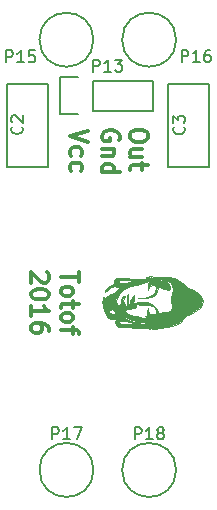
<source format=gbr>
G04 #@! TF.FileFunction,Legend,Top*
%FSLAX46Y46*%
G04 Gerber Fmt 4.6, Leading zero omitted, Abs format (unit mm)*
G04 Created by KiCad (PCBNEW 4.0.4+e1-6308~48~ubuntu16.04.1-stable) date Tue Oct 25 19:36:01 2016*
%MOMM*%
%LPD*%
G01*
G04 APERTURE LIST*
%ADD10C,0.100000*%
%ADD11C,0.300000*%
%ADD12C,0.150000*%
G04 APERTURE END LIST*
D10*
D11*
X136068729Y-52650403D02*
X136068729Y-53507546D01*
X134568729Y-53078975D02*
X136068729Y-53078975D01*
X134568729Y-54221832D02*
X134640157Y-54078974D01*
X134711586Y-54007546D01*
X134854443Y-53936117D01*
X135283014Y-53936117D01*
X135425871Y-54007546D01*
X135497300Y-54078974D01*
X135568729Y-54221832D01*
X135568729Y-54436117D01*
X135497300Y-54578974D01*
X135425871Y-54650403D01*
X135283014Y-54721832D01*
X134854443Y-54721832D01*
X134711586Y-54650403D01*
X134640157Y-54578974D01*
X134568729Y-54436117D01*
X134568729Y-54221832D01*
X135568729Y-55150403D02*
X135568729Y-55721832D01*
X136068729Y-55364689D02*
X134783014Y-55364689D01*
X134640157Y-55436117D01*
X134568729Y-55578975D01*
X134568729Y-55721832D01*
X134568729Y-56436118D02*
X134640157Y-56293260D01*
X134711586Y-56221832D01*
X134854443Y-56150403D01*
X135283014Y-56150403D01*
X135425871Y-56221832D01*
X135497300Y-56293260D01*
X135568729Y-56436118D01*
X135568729Y-56650403D01*
X135497300Y-56793260D01*
X135425871Y-56864689D01*
X135283014Y-56936118D01*
X134854443Y-56936118D01*
X134711586Y-56864689D01*
X134640157Y-56793260D01*
X134568729Y-56650403D01*
X134568729Y-56436118D01*
X135568729Y-57364689D02*
X135568729Y-57936118D01*
X134568729Y-57578975D02*
X135854443Y-57578975D01*
X135997300Y-57650403D01*
X136068729Y-57793261D01*
X136068729Y-57936118D01*
X133375871Y-52721832D02*
X133447300Y-52793261D01*
X133518729Y-52936118D01*
X133518729Y-53293261D01*
X133447300Y-53436118D01*
X133375871Y-53507547D01*
X133233014Y-53578975D01*
X133090157Y-53578975D01*
X132875871Y-53507547D01*
X132018729Y-52650404D01*
X132018729Y-53578975D01*
X133518729Y-54507546D02*
X133518729Y-54650403D01*
X133447300Y-54793260D01*
X133375871Y-54864689D01*
X133233014Y-54936118D01*
X132947300Y-55007546D01*
X132590157Y-55007546D01*
X132304443Y-54936118D01*
X132161586Y-54864689D01*
X132090157Y-54793260D01*
X132018729Y-54650403D01*
X132018729Y-54507546D01*
X132090157Y-54364689D01*
X132161586Y-54293260D01*
X132304443Y-54221832D01*
X132590157Y-54150403D01*
X132947300Y-54150403D01*
X133233014Y-54221832D01*
X133375871Y-54293260D01*
X133447300Y-54364689D01*
X133518729Y-54507546D01*
X132018729Y-56436117D02*
X132018729Y-55578974D01*
X132018729Y-56007546D02*
X133518729Y-56007546D01*
X133304443Y-55864689D01*
X133161586Y-55721831D01*
X133090157Y-55578974D01*
X133518729Y-57721831D02*
X133518729Y-57436117D01*
X133447300Y-57293260D01*
X133375871Y-57221831D01*
X133161586Y-57078974D01*
X132875871Y-57007545D01*
X132304443Y-57007545D01*
X132161586Y-57078974D01*
X132090157Y-57150402D01*
X132018729Y-57293260D01*
X132018729Y-57578974D01*
X132090157Y-57721831D01*
X132161586Y-57793260D01*
X132304443Y-57864688D01*
X132661586Y-57864688D01*
X132804443Y-57793260D01*
X132875871Y-57721831D01*
X132947300Y-57578974D01*
X132947300Y-57293260D01*
X132875871Y-57150402D01*
X132804443Y-57078974D01*
X132661586Y-57007545D01*
X139434000Y-41542614D02*
X139505429Y-41399757D01*
X139505429Y-41185471D01*
X139434000Y-40971186D01*
X139291143Y-40828328D01*
X139148286Y-40756900D01*
X138862571Y-40685471D01*
X138648286Y-40685471D01*
X138362571Y-40756900D01*
X138219714Y-40828328D01*
X138076857Y-40971186D01*
X138005429Y-41185471D01*
X138005429Y-41328328D01*
X138076857Y-41542614D01*
X138148286Y-41614043D01*
X138648286Y-41614043D01*
X138648286Y-41328328D01*
X139005429Y-42256900D02*
X138005429Y-42256900D01*
X138862571Y-42256900D02*
X138934000Y-42328328D01*
X139005429Y-42471186D01*
X139005429Y-42685471D01*
X138934000Y-42828328D01*
X138791143Y-42899757D01*
X138005429Y-42899757D01*
X138005429Y-44256900D02*
X139505429Y-44256900D01*
X138076857Y-44256900D02*
X138005429Y-44114043D01*
X138005429Y-43828329D01*
X138076857Y-43685471D01*
X138148286Y-43614043D01*
X138291143Y-43542614D01*
X138719714Y-43542614D01*
X138862571Y-43614043D01*
X138934000Y-43685471D01*
X139005429Y-43828329D01*
X139005429Y-44114043D01*
X138934000Y-44256900D01*
X141905729Y-41015600D02*
X141905729Y-41301314D01*
X141834300Y-41444172D01*
X141691443Y-41587029D01*
X141405729Y-41658457D01*
X140905729Y-41658457D01*
X140620014Y-41587029D01*
X140477157Y-41444172D01*
X140405729Y-41301314D01*
X140405729Y-41015600D01*
X140477157Y-40872743D01*
X140620014Y-40729886D01*
X140905729Y-40658457D01*
X141405729Y-40658457D01*
X141691443Y-40729886D01*
X141834300Y-40872743D01*
X141905729Y-41015600D01*
X141405729Y-42944172D02*
X140405729Y-42944172D01*
X141405729Y-42301315D02*
X140620014Y-42301315D01*
X140477157Y-42372743D01*
X140405729Y-42515601D01*
X140405729Y-42729886D01*
X140477157Y-42872743D01*
X140548586Y-42944172D01*
X141405729Y-43444172D02*
X141405729Y-44015601D01*
X141905729Y-43658458D02*
X140620014Y-43658458D01*
X140477157Y-43729886D01*
X140405729Y-43872744D01*
X140405729Y-44015601D01*
X136825729Y-40708486D02*
X135325729Y-41208486D01*
X136825729Y-41708486D01*
X135397157Y-42851343D02*
X135325729Y-42708486D01*
X135325729Y-42422772D01*
X135397157Y-42279914D01*
X135468586Y-42208486D01*
X135611443Y-42137057D01*
X136040014Y-42137057D01*
X136182871Y-42208486D01*
X136254300Y-42279914D01*
X136325729Y-42422772D01*
X136325729Y-42708486D01*
X136254300Y-42851343D01*
X135397157Y-44137057D02*
X135325729Y-43994200D01*
X135325729Y-43708486D01*
X135397157Y-43565628D01*
X135468586Y-43494200D01*
X135611443Y-43422771D01*
X136040014Y-43422771D01*
X136182871Y-43494200D01*
X136254300Y-43565628D01*
X136325729Y-43708486D01*
X136325729Y-43994200D01*
X136254300Y-44137057D01*
D10*
G36*
X142354643Y-57532988D02*
X142249858Y-57485375D01*
X142119484Y-57448229D01*
X141838352Y-57418698D01*
X141763150Y-57414940D01*
X142507998Y-57414940D01*
X142523500Y-57409735D01*
X142507119Y-57334969D01*
X142386471Y-57240973D01*
X142218005Y-57161844D01*
X142062951Y-57131535D01*
X141982330Y-57149961D01*
X142038119Y-57208928D01*
X142184967Y-57293206D01*
X142381669Y-57383667D01*
X142507998Y-57414940D01*
X141763150Y-57414940D01*
X141424918Y-57398038D01*
X140897636Y-57387503D01*
X140799968Y-57386820D01*
X140329542Y-57379085D01*
X139910047Y-57362392D01*
X139574743Y-57338814D01*
X139356894Y-57310425D01*
X139298630Y-57293215D01*
X139286879Y-57279231D01*
X141805669Y-57279231D01*
X141818078Y-57269098D01*
X141806456Y-57218763D01*
X141761633Y-57212653D01*
X141691943Y-57243631D01*
X141705189Y-57269098D01*
X141805669Y-57279231D01*
X139286879Y-57279231D01*
X139172596Y-57143242D01*
X139169411Y-57122750D01*
X139784381Y-57122750D01*
X139877800Y-57122036D01*
X140030810Y-57112775D01*
X141377246Y-57112775D01*
X141621015Y-57063529D01*
X141676967Y-57047412D01*
X141804441Y-57003301D01*
X141794453Y-56973844D01*
X141633153Y-56940392D01*
X141592300Y-56933410D01*
X141317065Y-56891800D01*
X140990485Y-56849135D01*
X140893529Y-56837794D01*
X140632043Y-56771231D01*
X141975002Y-56771231D01*
X141987411Y-56761098D01*
X141975789Y-56710763D01*
X141930967Y-56704653D01*
X141861277Y-56735631D01*
X141874522Y-56761098D01*
X141975002Y-56771231D01*
X140632043Y-56771231D01*
X140326561Y-56693469D01*
X140178999Y-56605193D01*
X141707741Y-56605193D01*
X141722322Y-56536341D01*
X141706170Y-56489301D01*
X141688966Y-56385611D01*
X141747245Y-56399427D01*
X141812494Y-56381740D01*
X141848367Y-56218544D01*
X141857446Y-56053483D01*
X141865688Y-55822524D01*
X141877472Y-55749782D01*
X141899154Y-55824167D01*
X141920946Y-55942653D01*
X141972874Y-56141803D01*
X142071746Y-56223472D01*
X142269633Y-56238987D01*
X142467274Y-56226208D01*
X142544077Y-56158554D01*
X142544878Y-56126110D01*
X142819967Y-56126110D01*
X143270314Y-56082229D01*
X143548937Y-56039126D01*
X143767695Y-55977014D01*
X143841814Y-55937800D01*
X143942324Y-55757110D01*
X143952295Y-55502858D01*
X143875549Y-55260179D01*
X143835945Y-55084924D01*
X143867292Y-54812912D01*
X143913373Y-54617234D01*
X143981736Y-54171156D01*
X143921759Y-53828133D01*
X143728923Y-53575713D01*
X143483964Y-53433958D01*
X143213147Y-53336614D01*
X142959554Y-53271419D01*
X142760028Y-53243763D01*
X142651409Y-53259036D01*
X142661548Y-53313641D01*
X142800426Y-53387033D01*
X143033956Y-53448272D01*
X143127215Y-53462801D01*
X143495079Y-53556507D01*
X143715518Y-53728179D01*
X143793389Y-53981728D01*
X143793633Y-53999526D01*
X143782012Y-54148953D01*
X143714602Y-54198700D01*
X143542581Y-54174681D01*
X143486948Y-54162318D01*
X143259084Y-54092814D01*
X143101564Y-54012872D01*
X143089015Y-54001901D01*
X142938855Y-53915513D01*
X142814493Y-53989696D01*
X142709202Y-54228568D01*
X142707100Y-54235536D01*
X142584126Y-54539706D01*
X142410852Y-54735411D01*
X142152065Y-54844499D01*
X141772548Y-54888818D01*
X141648311Y-54892454D01*
X141041967Y-54903122D01*
X141549967Y-54851388D01*
X141937138Y-54782722D01*
X142207023Y-54659857D01*
X142283961Y-54599831D01*
X142481490Y-54368182D01*
X142573698Y-54139890D01*
X142564051Y-53948227D01*
X142456016Y-53826465D01*
X142253059Y-53807876D01*
X142202623Y-53819133D01*
X142000215Y-53940333D01*
X141915143Y-54128372D01*
X141881832Y-54246251D01*
X141868322Y-54216037D01*
X141871498Y-54027939D01*
X141872810Y-53995320D01*
X141911313Y-53725355D01*
X141989651Y-53538971D01*
X142015633Y-53511179D01*
X142087955Y-53425210D01*
X142043672Y-53397458D01*
X141923000Y-53422254D01*
X141766152Y-53493925D01*
X141667218Y-53560317D01*
X141465349Y-53660281D01*
X141166235Y-53743615D01*
X140957300Y-53777993D01*
X140366756Y-53901130D01*
X139905701Y-54120019D01*
X139558629Y-54442939D01*
X139466031Y-54574431D01*
X139303764Y-54889682D01*
X139229794Y-55166792D01*
X139249062Y-55371454D01*
X139338316Y-55461312D01*
X139496758Y-55449256D01*
X139607855Y-55302597D01*
X139644967Y-55082032D01*
X139709245Y-54852781D01*
X139813091Y-54757967D01*
X139926982Y-54709134D01*
X139940227Y-54764866D01*
X139897758Y-54887500D01*
X139824004Y-55147392D01*
X139850484Y-55340545D01*
X139968245Y-55521341D01*
X140049890Y-55615174D01*
X140094449Y-55625090D01*
X140111039Y-55526158D01*
X140108775Y-55293447D01*
X140104372Y-55149077D01*
X140107070Y-54855749D01*
X140131435Y-54634224D01*
X140170586Y-54534764D01*
X140221083Y-54573713D01*
X140237805Y-54757088D01*
X140234756Y-54852908D01*
X140223014Y-55170684D01*
X140233235Y-55346964D01*
X140269581Y-55408650D01*
X140318602Y-55394605D01*
X140371168Y-55282400D01*
X140363694Y-55241442D01*
X140391166Y-55116405D01*
X140504080Y-54934333D01*
X140544498Y-54884320D01*
X140761179Y-54630320D01*
X140704835Y-54960623D01*
X140648490Y-55290925D01*
X141259480Y-55239702D01*
X141741031Y-55226722D01*
X142098743Y-55289509D01*
X142366088Y-55441164D01*
X142576536Y-55694788D01*
X142622865Y-55773303D01*
X142819967Y-56126110D01*
X142544878Y-56126110D01*
X142548187Y-55992042D01*
X142547686Y-55984987D01*
X142473474Y-55709841D01*
X142289195Y-55536301D01*
X141981482Y-55457112D01*
X141582212Y-55460990D01*
X141190364Y-55474237D01*
X140959415Y-55435421D01*
X140914527Y-55407632D01*
X140840933Y-55362478D01*
X140843051Y-55454797D01*
X140851210Y-55490589D01*
X140854373Y-55618425D01*
X140758103Y-55694102D01*
X140587562Y-55740969D01*
X140341706Y-55782027D01*
X140147682Y-55793157D01*
X140131800Y-55791865D01*
X140010139Y-55830860D01*
X139986460Y-55953637D01*
X140053984Y-56110942D01*
X140194354Y-56246152D01*
X140396581Y-56335119D01*
X140689282Y-56415128D01*
X140892854Y-56451682D01*
X141197143Y-56499580D01*
X141458272Y-56550642D01*
X141572392Y-56579768D01*
X141707741Y-56605193D01*
X140178999Y-56605193D01*
X139827110Y-56394684D01*
X139516692Y-56093740D01*
X139367157Y-55933382D01*
X139290422Y-55874984D01*
X139299087Y-55921824D01*
X139418512Y-56097297D01*
X139604713Y-56316433D01*
X139689808Y-56405183D01*
X140001014Y-56634021D01*
X140405318Y-56821409D01*
X140826833Y-56936748D01*
X141062331Y-56958653D01*
X141196675Y-56987363D01*
X141211300Y-57043320D01*
X141230119Y-57105946D01*
X141377246Y-57112775D01*
X140030810Y-57112775D01*
X140155517Y-57105227D01*
X140383159Y-57069869D01*
X140443110Y-57052174D01*
X140552717Y-56996379D01*
X140507777Y-56951374D01*
X140465308Y-56934178D01*
X140301061Y-56891604D01*
X140043501Y-56844711D01*
X139899998Y-56823798D01*
X139649436Y-56796507D01*
X139523523Y-56809633D01*
X139479912Y-56875547D01*
X139475633Y-56947746D01*
X139495522Y-57057100D01*
X139584021Y-57109187D01*
X139784381Y-57122750D01*
X139169411Y-57122750D01*
X139139778Y-56932142D01*
X139212759Y-56747691D01*
X139219427Y-56740726D01*
X139210035Y-56690519D01*
X139043430Y-56683847D01*
X138979321Y-56689027D01*
X138743099Y-56687919D01*
X138574650Y-56603431D01*
X138438740Y-56460693D01*
X138328377Y-56280080D01*
X138944135Y-56280080D01*
X139088113Y-56246488D01*
X139122440Y-56097228D01*
X139121689Y-56091685D01*
X139025821Y-55922732D01*
X138833396Y-55859242D01*
X138666355Y-55890502D01*
X138553556Y-55987742D01*
X138595628Y-56111546D01*
X138708067Y-56193674D01*
X138944135Y-56280080D01*
X138328377Y-56280080D01*
X138273134Y-56189673D01*
X138146047Y-55843123D01*
X138113334Y-55688653D01*
X140279967Y-55688653D01*
X140322300Y-55646320D01*
X140279967Y-55603987D01*
X140237633Y-55646320D01*
X140279967Y-55688653D01*
X138113334Y-55688653D01*
X138067891Y-55474074D01*
X138049077Y-55135555D01*
X138070613Y-55027761D01*
X139041409Y-55027761D01*
X139083165Y-55004264D01*
X139138719Y-54909369D01*
X139214836Y-54757320D01*
X139278567Y-54616743D01*
X139260496Y-54617267D01*
X139183971Y-54710002D01*
X139107313Y-54831187D01*
X139053828Y-54954519D01*
X139041409Y-55027761D01*
X138070613Y-55027761D01*
X138100014Y-54880599D01*
X138120967Y-54841987D01*
X138187117Y-54762943D01*
X138204321Y-54832543D01*
X138204337Y-54833942D01*
X138226299Y-54906218D01*
X138315369Y-54857987D01*
X138353800Y-54825914D01*
X138504118Y-54718567D01*
X138746904Y-54566391D01*
X138988800Y-54425578D01*
X139298189Y-54229079D01*
X139451011Y-54076753D01*
X139447358Y-53995320D01*
X139766970Y-53995320D01*
X139838583Y-53935183D01*
X139864718Y-53897571D01*
X139874698Y-53839634D01*
X139827382Y-53860235D01*
X139736488Y-53945485D01*
X139755134Y-53994496D01*
X139766970Y-53995320D01*
X139447358Y-53995320D01*
X139446306Y-53971870D01*
X139283114Y-53917700D01*
X139139913Y-53910653D01*
X138867192Y-53947284D01*
X138621506Y-54079266D01*
X138490674Y-54185820D01*
X138314646Y-54332199D01*
X138245268Y-54364719D01*
X138269222Y-54289027D01*
X138275526Y-54277053D01*
X138425707Y-54078160D01*
X138633821Y-53892649D01*
X138840833Y-53767706D01*
X138945777Y-53741320D01*
X139031341Y-53685659D01*
X139024809Y-53639621D01*
X139740960Y-53639621D01*
X140026402Y-53627327D01*
X140284748Y-53564240D01*
X140511036Y-53472822D01*
X140706087Y-53472822D01*
X140913604Y-53457589D01*
X141038118Y-53441138D01*
X141259379Y-53399638D01*
X141382551Y-53359991D01*
X141392304Y-53343769D01*
X141293180Y-53332484D01*
X141085663Y-53347718D01*
X140961149Y-53364168D01*
X140739888Y-53405669D01*
X140616716Y-53445316D01*
X140606963Y-53461538D01*
X140706087Y-53472822D01*
X140511036Y-53472822D01*
X140533967Y-53463558D01*
X140322300Y-53399212D01*
X140082491Y-53350226D01*
X139814190Y-53328559D01*
X139581397Y-53335891D01*
X139448114Y-53373903D01*
X139445647Y-53376195D01*
X139405356Y-53492997D01*
X139511722Y-53587577D01*
X139740960Y-53639621D01*
X139024809Y-53639621D01*
X139020946Y-53612399D01*
X139039918Y-53463385D01*
X139148712Y-53306242D01*
X139266660Y-53209272D01*
X139402884Y-53166245D01*
X139611474Y-53168468D01*
X139845291Y-53194265D01*
X140158861Y-53225601D01*
X140515098Y-53248720D01*
X140879983Y-53263181D01*
X141219494Y-53268546D01*
X141499612Y-53264372D01*
X141686316Y-53250220D01*
X141745585Y-53225650D01*
X141738084Y-53218765D01*
X141728318Y-53151074D01*
X141873432Y-53069769D01*
X141875847Y-53068848D01*
X142097264Y-53001173D01*
X142242841Y-52985159D01*
X142285346Y-53015878D01*
X142197548Y-53088401D01*
X142142633Y-53117132D01*
X141888633Y-53241190D01*
X142184967Y-53179851D01*
X142410472Y-53150928D01*
X142741907Y-53129387D01*
X143115907Y-53119046D01*
X143200967Y-53118654D01*
X143704106Y-53141153D01*
X144100559Y-53222487D01*
X144448714Y-53383746D01*
X144806958Y-53646023D01*
X144913383Y-53737240D01*
X145182859Y-53940240D01*
X145467923Y-54105400D01*
X145602906Y-54161816D01*
X145860226Y-54287148D01*
X146139759Y-54482810D01*
X146259072Y-54587980D01*
X146503891Y-54884748D01*
X146587411Y-55159670D01*
X146510856Y-55438432D01*
X146312467Y-55706855D01*
X146095572Y-55901441D01*
X145815780Y-56095234D01*
X145527169Y-56256283D01*
X145283821Y-56352635D01*
X145195897Y-56366565D01*
X145095886Y-56431118D01*
X144955361Y-56591685D01*
X144908792Y-56656712D01*
X144596177Y-56970728D01*
X144154526Y-57199628D01*
X143606633Y-57333275D01*
X143327967Y-57359828D01*
X142999968Y-57388924D01*
X142717698Y-57434319D01*
X142547686Y-57484150D01*
X142354643Y-57532988D01*
X142354643Y-57532988D01*
X142354643Y-57532988D01*
G37*
X142354643Y-57532988D02*
X142249858Y-57485375D01*
X142119484Y-57448229D01*
X141838352Y-57418698D01*
X141763150Y-57414940D01*
X142507998Y-57414940D01*
X142523500Y-57409735D01*
X142507119Y-57334969D01*
X142386471Y-57240973D01*
X142218005Y-57161844D01*
X142062951Y-57131535D01*
X141982330Y-57149961D01*
X142038119Y-57208928D01*
X142184967Y-57293206D01*
X142381669Y-57383667D01*
X142507998Y-57414940D01*
X141763150Y-57414940D01*
X141424918Y-57398038D01*
X140897636Y-57387503D01*
X140799968Y-57386820D01*
X140329542Y-57379085D01*
X139910047Y-57362392D01*
X139574743Y-57338814D01*
X139356894Y-57310425D01*
X139298630Y-57293215D01*
X139286879Y-57279231D01*
X141805669Y-57279231D01*
X141818078Y-57269098D01*
X141806456Y-57218763D01*
X141761633Y-57212653D01*
X141691943Y-57243631D01*
X141705189Y-57269098D01*
X141805669Y-57279231D01*
X139286879Y-57279231D01*
X139172596Y-57143242D01*
X139169411Y-57122750D01*
X139784381Y-57122750D01*
X139877800Y-57122036D01*
X140030810Y-57112775D01*
X141377246Y-57112775D01*
X141621015Y-57063529D01*
X141676967Y-57047412D01*
X141804441Y-57003301D01*
X141794453Y-56973844D01*
X141633153Y-56940392D01*
X141592300Y-56933410D01*
X141317065Y-56891800D01*
X140990485Y-56849135D01*
X140893529Y-56837794D01*
X140632043Y-56771231D01*
X141975002Y-56771231D01*
X141987411Y-56761098D01*
X141975789Y-56710763D01*
X141930967Y-56704653D01*
X141861277Y-56735631D01*
X141874522Y-56761098D01*
X141975002Y-56771231D01*
X140632043Y-56771231D01*
X140326561Y-56693469D01*
X140178999Y-56605193D01*
X141707741Y-56605193D01*
X141722322Y-56536341D01*
X141706170Y-56489301D01*
X141688966Y-56385611D01*
X141747245Y-56399427D01*
X141812494Y-56381740D01*
X141848367Y-56218544D01*
X141857446Y-56053483D01*
X141865688Y-55822524D01*
X141877472Y-55749782D01*
X141899154Y-55824167D01*
X141920946Y-55942653D01*
X141972874Y-56141803D01*
X142071746Y-56223472D01*
X142269633Y-56238987D01*
X142467274Y-56226208D01*
X142544077Y-56158554D01*
X142544878Y-56126110D01*
X142819967Y-56126110D01*
X143270314Y-56082229D01*
X143548937Y-56039126D01*
X143767695Y-55977014D01*
X143841814Y-55937800D01*
X143942324Y-55757110D01*
X143952295Y-55502858D01*
X143875549Y-55260179D01*
X143835945Y-55084924D01*
X143867292Y-54812912D01*
X143913373Y-54617234D01*
X143981736Y-54171156D01*
X143921759Y-53828133D01*
X143728923Y-53575713D01*
X143483964Y-53433958D01*
X143213147Y-53336614D01*
X142959554Y-53271419D01*
X142760028Y-53243763D01*
X142651409Y-53259036D01*
X142661548Y-53313641D01*
X142800426Y-53387033D01*
X143033956Y-53448272D01*
X143127215Y-53462801D01*
X143495079Y-53556507D01*
X143715518Y-53728179D01*
X143793389Y-53981728D01*
X143793633Y-53999526D01*
X143782012Y-54148953D01*
X143714602Y-54198700D01*
X143542581Y-54174681D01*
X143486948Y-54162318D01*
X143259084Y-54092814D01*
X143101564Y-54012872D01*
X143089015Y-54001901D01*
X142938855Y-53915513D01*
X142814493Y-53989696D01*
X142709202Y-54228568D01*
X142707100Y-54235536D01*
X142584126Y-54539706D01*
X142410852Y-54735411D01*
X142152065Y-54844499D01*
X141772548Y-54888818D01*
X141648311Y-54892454D01*
X141041967Y-54903122D01*
X141549967Y-54851388D01*
X141937138Y-54782722D01*
X142207023Y-54659857D01*
X142283961Y-54599831D01*
X142481490Y-54368182D01*
X142573698Y-54139890D01*
X142564051Y-53948227D01*
X142456016Y-53826465D01*
X142253059Y-53807876D01*
X142202623Y-53819133D01*
X142000215Y-53940333D01*
X141915143Y-54128372D01*
X141881832Y-54246251D01*
X141868322Y-54216037D01*
X141871498Y-54027939D01*
X141872810Y-53995320D01*
X141911313Y-53725355D01*
X141989651Y-53538971D01*
X142015633Y-53511179D01*
X142087955Y-53425210D01*
X142043672Y-53397458D01*
X141923000Y-53422254D01*
X141766152Y-53493925D01*
X141667218Y-53560317D01*
X141465349Y-53660281D01*
X141166235Y-53743615D01*
X140957300Y-53777993D01*
X140366756Y-53901130D01*
X139905701Y-54120019D01*
X139558629Y-54442939D01*
X139466031Y-54574431D01*
X139303764Y-54889682D01*
X139229794Y-55166792D01*
X139249062Y-55371454D01*
X139338316Y-55461312D01*
X139496758Y-55449256D01*
X139607855Y-55302597D01*
X139644967Y-55082032D01*
X139709245Y-54852781D01*
X139813091Y-54757967D01*
X139926982Y-54709134D01*
X139940227Y-54764866D01*
X139897758Y-54887500D01*
X139824004Y-55147392D01*
X139850484Y-55340545D01*
X139968245Y-55521341D01*
X140049890Y-55615174D01*
X140094449Y-55625090D01*
X140111039Y-55526158D01*
X140108775Y-55293447D01*
X140104372Y-55149077D01*
X140107070Y-54855749D01*
X140131435Y-54634224D01*
X140170586Y-54534764D01*
X140221083Y-54573713D01*
X140237805Y-54757088D01*
X140234756Y-54852908D01*
X140223014Y-55170684D01*
X140233235Y-55346964D01*
X140269581Y-55408650D01*
X140318602Y-55394605D01*
X140371168Y-55282400D01*
X140363694Y-55241442D01*
X140391166Y-55116405D01*
X140504080Y-54934333D01*
X140544498Y-54884320D01*
X140761179Y-54630320D01*
X140704835Y-54960623D01*
X140648490Y-55290925D01*
X141259480Y-55239702D01*
X141741031Y-55226722D01*
X142098743Y-55289509D01*
X142366088Y-55441164D01*
X142576536Y-55694788D01*
X142622865Y-55773303D01*
X142819967Y-56126110D01*
X142544878Y-56126110D01*
X142548187Y-55992042D01*
X142547686Y-55984987D01*
X142473474Y-55709841D01*
X142289195Y-55536301D01*
X141981482Y-55457112D01*
X141582212Y-55460990D01*
X141190364Y-55474237D01*
X140959415Y-55435421D01*
X140914527Y-55407632D01*
X140840933Y-55362478D01*
X140843051Y-55454797D01*
X140851210Y-55490589D01*
X140854373Y-55618425D01*
X140758103Y-55694102D01*
X140587562Y-55740969D01*
X140341706Y-55782027D01*
X140147682Y-55793157D01*
X140131800Y-55791865D01*
X140010139Y-55830860D01*
X139986460Y-55953637D01*
X140053984Y-56110942D01*
X140194354Y-56246152D01*
X140396581Y-56335119D01*
X140689282Y-56415128D01*
X140892854Y-56451682D01*
X141197143Y-56499580D01*
X141458272Y-56550642D01*
X141572392Y-56579768D01*
X141707741Y-56605193D01*
X140178999Y-56605193D01*
X139827110Y-56394684D01*
X139516692Y-56093740D01*
X139367157Y-55933382D01*
X139290422Y-55874984D01*
X139299087Y-55921824D01*
X139418512Y-56097297D01*
X139604713Y-56316433D01*
X139689808Y-56405183D01*
X140001014Y-56634021D01*
X140405318Y-56821409D01*
X140826833Y-56936748D01*
X141062331Y-56958653D01*
X141196675Y-56987363D01*
X141211300Y-57043320D01*
X141230119Y-57105946D01*
X141377246Y-57112775D01*
X140030810Y-57112775D01*
X140155517Y-57105227D01*
X140383159Y-57069869D01*
X140443110Y-57052174D01*
X140552717Y-56996379D01*
X140507777Y-56951374D01*
X140465308Y-56934178D01*
X140301061Y-56891604D01*
X140043501Y-56844711D01*
X139899998Y-56823798D01*
X139649436Y-56796507D01*
X139523523Y-56809633D01*
X139479912Y-56875547D01*
X139475633Y-56947746D01*
X139495522Y-57057100D01*
X139584021Y-57109187D01*
X139784381Y-57122750D01*
X139169411Y-57122750D01*
X139139778Y-56932142D01*
X139212759Y-56747691D01*
X139219427Y-56740726D01*
X139210035Y-56690519D01*
X139043430Y-56683847D01*
X138979321Y-56689027D01*
X138743099Y-56687919D01*
X138574650Y-56603431D01*
X138438740Y-56460693D01*
X138328377Y-56280080D01*
X138944135Y-56280080D01*
X139088113Y-56246488D01*
X139122440Y-56097228D01*
X139121689Y-56091685D01*
X139025821Y-55922732D01*
X138833396Y-55859242D01*
X138666355Y-55890502D01*
X138553556Y-55987742D01*
X138595628Y-56111546D01*
X138708067Y-56193674D01*
X138944135Y-56280080D01*
X138328377Y-56280080D01*
X138273134Y-56189673D01*
X138146047Y-55843123D01*
X138113334Y-55688653D01*
X140279967Y-55688653D01*
X140322300Y-55646320D01*
X140279967Y-55603987D01*
X140237633Y-55646320D01*
X140279967Y-55688653D01*
X138113334Y-55688653D01*
X138067891Y-55474074D01*
X138049077Y-55135555D01*
X138070613Y-55027761D01*
X139041409Y-55027761D01*
X139083165Y-55004264D01*
X139138719Y-54909369D01*
X139214836Y-54757320D01*
X139278567Y-54616743D01*
X139260496Y-54617267D01*
X139183971Y-54710002D01*
X139107313Y-54831187D01*
X139053828Y-54954519D01*
X139041409Y-55027761D01*
X138070613Y-55027761D01*
X138100014Y-54880599D01*
X138120967Y-54841987D01*
X138187117Y-54762943D01*
X138204321Y-54832543D01*
X138204337Y-54833942D01*
X138226299Y-54906218D01*
X138315369Y-54857987D01*
X138353800Y-54825914D01*
X138504118Y-54718567D01*
X138746904Y-54566391D01*
X138988800Y-54425578D01*
X139298189Y-54229079D01*
X139451011Y-54076753D01*
X139447358Y-53995320D01*
X139766970Y-53995320D01*
X139838583Y-53935183D01*
X139864718Y-53897571D01*
X139874698Y-53839634D01*
X139827382Y-53860235D01*
X139736488Y-53945485D01*
X139755134Y-53994496D01*
X139766970Y-53995320D01*
X139447358Y-53995320D01*
X139446306Y-53971870D01*
X139283114Y-53917700D01*
X139139913Y-53910653D01*
X138867192Y-53947284D01*
X138621506Y-54079266D01*
X138490674Y-54185820D01*
X138314646Y-54332199D01*
X138245268Y-54364719D01*
X138269222Y-54289027D01*
X138275526Y-54277053D01*
X138425707Y-54078160D01*
X138633821Y-53892649D01*
X138840833Y-53767706D01*
X138945777Y-53741320D01*
X139031341Y-53685659D01*
X139024809Y-53639621D01*
X139740960Y-53639621D01*
X140026402Y-53627327D01*
X140284748Y-53564240D01*
X140511036Y-53472822D01*
X140706087Y-53472822D01*
X140913604Y-53457589D01*
X141038118Y-53441138D01*
X141259379Y-53399638D01*
X141382551Y-53359991D01*
X141392304Y-53343769D01*
X141293180Y-53332484D01*
X141085663Y-53347718D01*
X140961149Y-53364168D01*
X140739888Y-53405669D01*
X140616716Y-53445316D01*
X140606963Y-53461538D01*
X140706087Y-53472822D01*
X140511036Y-53472822D01*
X140533967Y-53463558D01*
X140322300Y-53399212D01*
X140082491Y-53350226D01*
X139814190Y-53328559D01*
X139581397Y-53335891D01*
X139448114Y-53373903D01*
X139445647Y-53376195D01*
X139405356Y-53492997D01*
X139511722Y-53587577D01*
X139740960Y-53639621D01*
X139024809Y-53639621D01*
X139020946Y-53612399D01*
X139039918Y-53463385D01*
X139148712Y-53306242D01*
X139266660Y-53209272D01*
X139402884Y-53166245D01*
X139611474Y-53168468D01*
X139845291Y-53194265D01*
X140158861Y-53225601D01*
X140515098Y-53248720D01*
X140879983Y-53263181D01*
X141219494Y-53268546D01*
X141499612Y-53264372D01*
X141686316Y-53250220D01*
X141745585Y-53225650D01*
X141738084Y-53218765D01*
X141728318Y-53151074D01*
X141873432Y-53069769D01*
X141875847Y-53068848D01*
X142097264Y-53001173D01*
X142242841Y-52985159D01*
X142285346Y-53015878D01*
X142197548Y-53088401D01*
X142142633Y-53117132D01*
X141888633Y-53241190D01*
X142184967Y-53179851D01*
X142410472Y-53150928D01*
X142741907Y-53129387D01*
X143115907Y-53119046D01*
X143200967Y-53118654D01*
X143704106Y-53141153D01*
X144100559Y-53222487D01*
X144448714Y-53383746D01*
X144806958Y-53646023D01*
X144913383Y-53737240D01*
X145182859Y-53940240D01*
X145467923Y-54105400D01*
X145602906Y-54161816D01*
X145860226Y-54287148D01*
X146139759Y-54482810D01*
X146259072Y-54587980D01*
X146503891Y-54884748D01*
X146587411Y-55159670D01*
X146510856Y-55438432D01*
X146312467Y-55706855D01*
X146095572Y-55901441D01*
X145815780Y-56095234D01*
X145527169Y-56256283D01*
X145283821Y-56352635D01*
X145195897Y-56366565D01*
X145095886Y-56431118D01*
X144955361Y-56591685D01*
X144908792Y-56656712D01*
X144596177Y-56970728D01*
X144154526Y-57199628D01*
X143606633Y-57333275D01*
X143327967Y-57359828D01*
X142999968Y-57388924D01*
X142717698Y-57434319D01*
X142547686Y-57484150D01*
X142354643Y-57532988D01*
X142354643Y-57532988D01*
G36*
X142057967Y-57551320D02*
X142015633Y-57508987D01*
X142057967Y-57466653D01*
X142100300Y-57508987D01*
X142057967Y-57551320D01*
X142057967Y-57551320D01*
X142057967Y-57551320D01*
G37*
X142057967Y-57551320D02*
X142015633Y-57508987D01*
X142057967Y-57466653D01*
X142100300Y-57508987D01*
X142057967Y-57551320D01*
X142057967Y-57551320D01*
D12*
X135978900Y-36219800D02*
X134428900Y-36219800D01*
X134428900Y-36219800D02*
X134428900Y-39319800D01*
X134428900Y-39319800D02*
X135978900Y-39319800D01*
X137248900Y-36499800D02*
X142328900Y-36499800D01*
X142328900Y-36499800D02*
X142328900Y-39039800D01*
X142328900Y-39039800D02*
X137248900Y-39039800D01*
X137248900Y-39039800D02*
X137248900Y-36499800D01*
X129961700Y-43773600D02*
X129961700Y-36773600D01*
X129961700Y-36773600D02*
X133461700Y-36773600D01*
X133461700Y-36773600D02*
X133461700Y-43773600D01*
X133461700Y-43773600D02*
X129961700Y-43773600D01*
X143601500Y-43773600D02*
X143601500Y-36773600D01*
X143601500Y-36773600D02*
X147101500Y-36773600D01*
X147101500Y-36773600D02*
X147101500Y-43773600D01*
X147101500Y-43773600D02*
X143601500Y-43773600D01*
X137285000Y-33018800D02*
G75*
G03X137285000Y-33018800I-2286000J0D01*
G01*
X144285000Y-33018800D02*
G75*
G03X144285000Y-33018800I-2286000J0D01*
G01*
X137285000Y-69447800D02*
G75*
G03X137285000Y-69447800I-2286000J0D01*
G01*
X144285000Y-69447800D02*
G75*
G03X144285000Y-69447800I-2286000J0D01*
G01*
X137256354Y-35717741D02*
X137256354Y-34717741D01*
X137637307Y-34717741D01*
X137732545Y-34765360D01*
X137780164Y-34812979D01*
X137827783Y-34908217D01*
X137827783Y-35051074D01*
X137780164Y-35146312D01*
X137732545Y-35193931D01*
X137637307Y-35241550D01*
X137256354Y-35241550D01*
X138780164Y-35717741D02*
X138208735Y-35717741D01*
X138494449Y-35717741D02*
X138494449Y-34717741D01*
X138399211Y-34860598D01*
X138303973Y-34955836D01*
X138208735Y-35003455D01*
X139113497Y-34717741D02*
X139732545Y-34717741D01*
X139399211Y-35098693D01*
X139542069Y-35098693D01*
X139637307Y-35146312D01*
X139684926Y-35193931D01*
X139732545Y-35289170D01*
X139732545Y-35527265D01*
X139684926Y-35622503D01*
X139637307Y-35670122D01*
X139542069Y-35717741D01*
X139256354Y-35717741D01*
X139161116Y-35670122D01*
X139113497Y-35622503D01*
X131230643Y-40387566D02*
X131278262Y-40435185D01*
X131325881Y-40578042D01*
X131325881Y-40673280D01*
X131278262Y-40816138D01*
X131183024Y-40911376D01*
X131087786Y-40958995D01*
X130897310Y-41006614D01*
X130754452Y-41006614D01*
X130563976Y-40958995D01*
X130468738Y-40911376D01*
X130373500Y-40816138D01*
X130325881Y-40673280D01*
X130325881Y-40578042D01*
X130373500Y-40435185D01*
X130421119Y-40387566D01*
X130421119Y-40006614D02*
X130373500Y-39958995D01*
X130325881Y-39863757D01*
X130325881Y-39625661D01*
X130373500Y-39530423D01*
X130421119Y-39482804D01*
X130516357Y-39435185D01*
X130611595Y-39435185D01*
X130754452Y-39482804D01*
X131325881Y-40054233D01*
X131325881Y-39435185D01*
X144933943Y-40400266D02*
X144981562Y-40447885D01*
X145029181Y-40590742D01*
X145029181Y-40685980D01*
X144981562Y-40828838D01*
X144886324Y-40924076D01*
X144791086Y-40971695D01*
X144600610Y-41019314D01*
X144457752Y-41019314D01*
X144267276Y-40971695D01*
X144172038Y-40924076D01*
X144076800Y-40828838D01*
X144029181Y-40685980D01*
X144029181Y-40590742D01*
X144076800Y-40447885D01*
X144124419Y-40400266D01*
X144029181Y-40066933D02*
X144029181Y-39447885D01*
X144410133Y-39781219D01*
X144410133Y-39638361D01*
X144457752Y-39543123D01*
X144505371Y-39495504D01*
X144600610Y-39447885D01*
X144838705Y-39447885D01*
X144933943Y-39495504D01*
X144981562Y-39543123D01*
X145029181Y-39638361D01*
X145029181Y-39924076D01*
X144981562Y-40019314D01*
X144933943Y-40066933D01*
X129887814Y-34932881D02*
X129887814Y-33932881D01*
X130268767Y-33932881D01*
X130364005Y-33980500D01*
X130411624Y-34028119D01*
X130459243Y-34123357D01*
X130459243Y-34266214D01*
X130411624Y-34361452D01*
X130364005Y-34409071D01*
X130268767Y-34456690D01*
X129887814Y-34456690D01*
X131411624Y-34932881D02*
X130840195Y-34932881D01*
X131125909Y-34932881D02*
X131125909Y-33932881D01*
X131030671Y-34075738D01*
X130935433Y-34170976D01*
X130840195Y-34218595D01*
X132316386Y-33932881D02*
X131840195Y-33932881D01*
X131792576Y-34409071D01*
X131840195Y-34361452D01*
X131935433Y-34313833D01*
X132173529Y-34313833D01*
X132268767Y-34361452D01*
X132316386Y-34409071D01*
X132364005Y-34504310D01*
X132364005Y-34742405D01*
X132316386Y-34837643D01*
X132268767Y-34885262D01*
X132173529Y-34932881D01*
X131935433Y-34932881D01*
X131840195Y-34885262D01*
X131792576Y-34837643D01*
X144747114Y-34894781D02*
X144747114Y-33894781D01*
X145128067Y-33894781D01*
X145223305Y-33942400D01*
X145270924Y-33990019D01*
X145318543Y-34085257D01*
X145318543Y-34228114D01*
X145270924Y-34323352D01*
X145223305Y-34370971D01*
X145128067Y-34418590D01*
X144747114Y-34418590D01*
X146270924Y-34894781D02*
X145699495Y-34894781D01*
X145985209Y-34894781D02*
X145985209Y-33894781D01*
X145889971Y-34037638D01*
X145794733Y-34132876D01*
X145699495Y-34180495D01*
X147128067Y-33894781D02*
X146937590Y-33894781D01*
X146842352Y-33942400D01*
X146794733Y-33990019D01*
X146699495Y-34132876D01*
X146651876Y-34323352D01*
X146651876Y-34704305D01*
X146699495Y-34799543D01*
X146747114Y-34847162D01*
X146842352Y-34894781D01*
X147032829Y-34894781D01*
X147128067Y-34847162D01*
X147175686Y-34799543D01*
X147223305Y-34704305D01*
X147223305Y-34466210D01*
X147175686Y-34370971D01*
X147128067Y-34323352D01*
X147032829Y-34275733D01*
X146842352Y-34275733D01*
X146747114Y-34323352D01*
X146699495Y-34370971D01*
X146651876Y-34466210D01*
X133784714Y-66852181D02*
X133784714Y-65852181D01*
X134165667Y-65852181D01*
X134260905Y-65899800D01*
X134308524Y-65947419D01*
X134356143Y-66042657D01*
X134356143Y-66185514D01*
X134308524Y-66280752D01*
X134260905Y-66328371D01*
X134165667Y-66375990D01*
X133784714Y-66375990D01*
X135308524Y-66852181D02*
X134737095Y-66852181D01*
X135022809Y-66852181D02*
X135022809Y-65852181D01*
X134927571Y-65995038D01*
X134832333Y-66090276D01*
X134737095Y-66137895D01*
X135641857Y-65852181D02*
X136308524Y-65852181D01*
X135879952Y-66852181D01*
X140784714Y-66852181D02*
X140784714Y-65852181D01*
X141165667Y-65852181D01*
X141260905Y-65899800D01*
X141308524Y-65947419D01*
X141356143Y-66042657D01*
X141356143Y-66185514D01*
X141308524Y-66280752D01*
X141260905Y-66328371D01*
X141165667Y-66375990D01*
X140784714Y-66375990D01*
X142308524Y-66852181D02*
X141737095Y-66852181D01*
X142022809Y-66852181D02*
X142022809Y-65852181D01*
X141927571Y-65995038D01*
X141832333Y-66090276D01*
X141737095Y-66137895D01*
X142879952Y-66280752D02*
X142784714Y-66233133D01*
X142737095Y-66185514D01*
X142689476Y-66090276D01*
X142689476Y-66042657D01*
X142737095Y-65947419D01*
X142784714Y-65899800D01*
X142879952Y-65852181D01*
X143070429Y-65852181D01*
X143165667Y-65899800D01*
X143213286Y-65947419D01*
X143260905Y-66042657D01*
X143260905Y-66090276D01*
X143213286Y-66185514D01*
X143165667Y-66233133D01*
X143070429Y-66280752D01*
X142879952Y-66280752D01*
X142784714Y-66328371D01*
X142737095Y-66375990D01*
X142689476Y-66471229D01*
X142689476Y-66661705D01*
X142737095Y-66756943D01*
X142784714Y-66804562D01*
X142879952Y-66852181D01*
X143070429Y-66852181D01*
X143165667Y-66804562D01*
X143213286Y-66756943D01*
X143260905Y-66661705D01*
X143260905Y-66471229D01*
X143213286Y-66375990D01*
X143165667Y-66328371D01*
X143070429Y-66280752D01*
M02*

</source>
